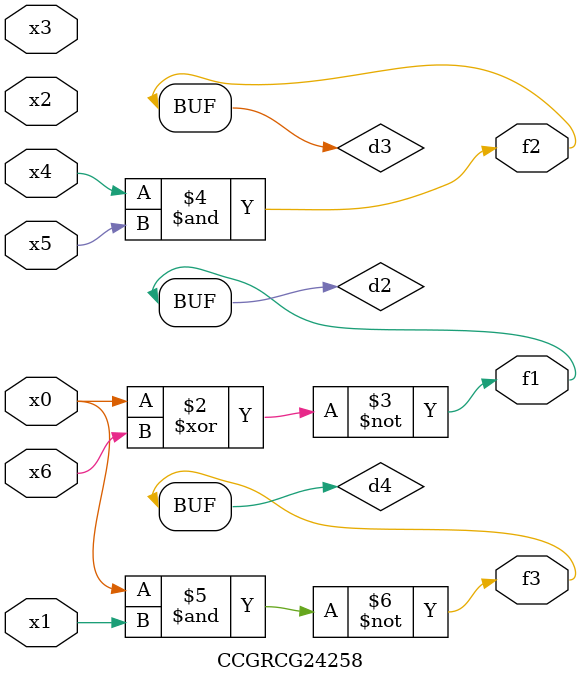
<source format=v>
module CCGRCG24258(
	input x0, x1, x2, x3, x4, x5, x6,
	output f1, f2, f3
);

	wire d1, d2, d3, d4;

	nor (d1, x0);
	xnor (d2, x0, x6);
	and (d3, x4, x5);
	nand (d4, x0, x1);
	assign f1 = d2;
	assign f2 = d3;
	assign f3 = d4;
endmodule

</source>
